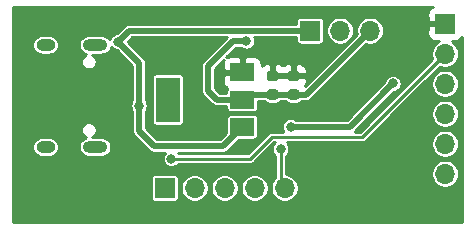
<source format=gbr>
%TF.GenerationSoftware,KiCad,Pcbnew,(5.1.6)-1*%
%TF.CreationDate,2020-06-26T00:22:10+04:00*%
%TF.ProjectId,ch340c-progarmmer,63683334-3063-42d7-9072-6f6761726d6d,rev?*%
%TF.SameCoordinates,Original*%
%TF.FileFunction,Copper,L2,Bot*%
%TF.FilePolarity,Positive*%
%FSLAX46Y46*%
G04 Gerber Fmt 4.6, Leading zero omitted, Abs format (unit mm)*
G04 Created by KiCad (PCBNEW (5.1.6)-1) date 2020-06-26 00:22:10*
%MOMM*%
%LPD*%
G01*
G04 APERTURE LIST*
%TA.AperFunction,ComponentPad*%
%ADD10O,1.700000X1.700000*%
%TD*%
%TA.AperFunction,ComponentPad*%
%ADD11R,1.700000X1.700000*%
%TD*%
%TA.AperFunction,ComponentPad*%
%ADD12O,2.100000X1.000000*%
%TD*%
%TA.AperFunction,ComponentPad*%
%ADD13O,1.600000X1.000000*%
%TD*%
%TA.AperFunction,SMDPad,CuDef*%
%ADD14R,2.000000X1.500000*%
%TD*%
%TA.AperFunction,SMDPad,CuDef*%
%ADD15R,2.000000X3.800000*%
%TD*%
%TA.AperFunction,ViaPad*%
%ADD16C,0.800000*%
%TD*%
%TA.AperFunction,Conductor*%
%ADD17C,0.500000*%
%TD*%
%TA.AperFunction,Conductor*%
%ADD18C,0.250000*%
%TD*%
%TA.AperFunction,Conductor*%
%ADD19C,0.254000*%
%TD*%
G04 APERTURE END LIST*
D10*
%TO.P,J4,5*%
%TO.N,/R232*%
X191643000Y-54864000D03*
%TO.P,J4,4*%
%TO.N,/RTS*%
X189103000Y-54864000D03*
%TO.P,J4,3*%
%TO.N,/DCD*%
X186563000Y-54864000D03*
%TO.P,J4,2*%
%TO.N,/RI*%
X184023000Y-54864000D03*
D11*
%TO.P,J4,1*%
%TO.N,/DSR*%
X181483000Y-54864000D03*
%TD*%
D10*
%TO.P,J2,3*%
%TO.N,+3V3*%
X198882000Y-41529000D03*
%TO.P,J2,2*%
%TO.N,/VCC*%
X196342000Y-41529000D03*
D11*
%TO.P,J2,1*%
%TO.N,+5V*%
X193802000Y-41529000D03*
%TD*%
D10*
%TO.P,J3,6*%
%TO.N,/DTR*%
X205232000Y-53657500D03*
%TO.P,J3,5*%
%TO.N,/RX*%
X205232000Y-51117500D03*
%TO.P,J3,4*%
%TO.N,/TX*%
X205232000Y-48577500D03*
%TO.P,J3,3*%
%TO.N,/VCC*%
X205232000Y-46037500D03*
%TO.P,J3,2*%
%TO.N,/CTS*%
X205232000Y-43497500D03*
D11*
%TO.P,J3,1*%
%TO.N,GND*%
X205232000Y-40957500D03*
%TD*%
D12*
%TO.P,J1,S1*%
%TO.N,Net-(J1-PadS1)*%
X175596000Y-51373500D03*
X175596000Y-42733500D03*
D13*
X171416000Y-42733500D03*
X171416000Y-51373500D03*
%TD*%
D14*
%TO.P,U2,1*%
%TO.N,GND*%
X188062000Y-45071000D03*
%TO.P,U2,3*%
%TO.N,+5V*%
X188062000Y-49671000D03*
%TO.P,U2,2*%
%TO.N,+3V3*%
X188062000Y-47371000D03*
D15*
%TO.P,U2,4*%
%TO.N,N/C*%
X181762000Y-47371000D03*
%TD*%
%TO.P,C3,1*%
%TO.N,+3V3*%
%TA.AperFunction,SMDPad,CuDef*%
G36*
G01*
X190883250Y-47389500D02*
X190370750Y-47389500D01*
G75*
G02*
X190152000Y-47170750I0J218750D01*
G01*
X190152000Y-46733250D01*
G75*
G02*
X190370750Y-46514500I218750J0D01*
G01*
X190883250Y-46514500D01*
G75*
G02*
X191102000Y-46733250I0J-218750D01*
G01*
X191102000Y-47170750D01*
G75*
G02*
X190883250Y-47389500I-218750J0D01*
G01*
G37*
%TD.AperFunction*%
%TO.P,C3,2*%
%TO.N,GND*%
%TA.AperFunction,SMDPad,CuDef*%
G36*
G01*
X190883250Y-45814500D02*
X190370750Y-45814500D01*
G75*
G02*
X190152000Y-45595750I0J218750D01*
G01*
X190152000Y-45158250D01*
G75*
G02*
X190370750Y-44939500I218750J0D01*
G01*
X190883250Y-44939500D01*
G75*
G02*
X191102000Y-45158250I0J-218750D01*
G01*
X191102000Y-45595750D01*
G75*
G02*
X190883250Y-45814500I-218750J0D01*
G01*
G37*
%TD.AperFunction*%
%TD*%
%TO.P,C4,2*%
%TO.N,GND*%
%TA.AperFunction,SMDPad,CuDef*%
G36*
G01*
X192661250Y-45814500D02*
X192148750Y-45814500D01*
G75*
G02*
X191930000Y-45595750I0J218750D01*
G01*
X191930000Y-45158250D01*
G75*
G02*
X192148750Y-44939500I218750J0D01*
G01*
X192661250Y-44939500D01*
G75*
G02*
X192880000Y-45158250I0J-218750D01*
G01*
X192880000Y-45595750D01*
G75*
G02*
X192661250Y-45814500I-218750J0D01*
G01*
G37*
%TD.AperFunction*%
%TO.P,C4,1*%
%TO.N,+3V3*%
%TA.AperFunction,SMDPad,CuDef*%
G36*
G01*
X192661250Y-47389500D02*
X192148750Y-47389500D01*
G75*
G02*
X191930000Y-47170750I0J218750D01*
G01*
X191930000Y-46733250D01*
G75*
G02*
X192148750Y-46514500I218750J0D01*
G01*
X192661250Y-46514500D01*
G75*
G02*
X192880000Y-46733250I0J-218750D01*
G01*
X192880000Y-47170750D01*
G75*
G02*
X192661250Y-47389500I-218750J0D01*
G01*
G37*
%TD.AperFunction*%
%TD*%
D16*
%TO.N,+5V*%
X179324000Y-47879000D03*
X177546000Y-42481500D03*
%TO.N,GND*%
X191770000Y-42799000D03*
%TO.N,+3V3*%
X188404500Y-42418000D03*
%TO.N,/VCC*%
X200818750Y-46005750D03*
X192149500Y-49655488D03*
%TO.N,/CTS*%
X182054500Y-52387500D03*
%TO.N,/R232*%
X191325500Y-51562000D03*
%TD*%
D17*
%TO.N,+5V*%
X179324000Y-44259500D02*
X177546000Y-42481500D01*
X179324000Y-47879000D02*
X179324000Y-44259500D01*
X178498500Y-41529000D02*
X177546000Y-42481500D01*
X193802000Y-41529000D02*
X178498500Y-41529000D01*
X186425000Y-51308000D02*
X188062000Y-49671000D01*
X180594000Y-51308000D02*
X186425000Y-51308000D01*
X179324000Y-47879000D02*
X179324000Y-50038000D01*
X179324000Y-50038000D02*
X180594000Y-51308000D01*
%TO.N,+3V3*%
X192405000Y-46952000D02*
X190627000Y-46952000D01*
X188481000Y-46952000D02*
X188062000Y-47371000D01*
X190627000Y-46952000D02*
X188481000Y-46952000D01*
X193459000Y-46952000D02*
X192405000Y-46952000D01*
X198882000Y-41529000D02*
X193459000Y-46952000D01*
X188404500Y-42418000D02*
X187261500Y-42418000D01*
X187261500Y-42418000D02*
X185166000Y-44513500D01*
X185166000Y-44513500D02*
X185166000Y-46609000D01*
X185928000Y-47371000D02*
X188062000Y-47371000D01*
X185166000Y-46609000D02*
X185928000Y-47371000D01*
%TO.N,/VCC*%
X197169012Y-49655488D02*
X192149500Y-49655488D01*
X200818750Y-46005750D02*
X197169012Y-49655488D01*
D18*
%TO.N,/CTS*%
X190563500Y-50546000D02*
X198183500Y-50546000D01*
X198183500Y-50546000D02*
X205232000Y-43497500D01*
X182054500Y-52387500D02*
X188722000Y-52387500D01*
X188722000Y-52387500D02*
X190563500Y-50546000D01*
%TO.N,/R232*%
X191325500Y-54546500D02*
X191643000Y-54864000D01*
X191325500Y-51562000D02*
X191325500Y-54546500D01*
%TD*%
D19*
%TO.N,GND*%
G36*
X204137820Y-39517998D02*
G01*
X204027506Y-39576963D01*
X203930815Y-39656315D01*
X203851463Y-39753006D01*
X203792498Y-39863320D01*
X203756188Y-39983018D01*
X203743928Y-40107500D01*
X203747000Y-40671750D01*
X203905750Y-40830500D01*
X205105000Y-40830500D01*
X205105000Y-40810500D01*
X205359000Y-40810500D01*
X205359000Y-40830500D01*
X205379000Y-40830500D01*
X205379000Y-41084500D01*
X205359000Y-41084500D01*
X205359000Y-41104500D01*
X205105000Y-41104500D01*
X205105000Y-41084500D01*
X203905750Y-41084500D01*
X203747000Y-41243250D01*
X203743928Y-41807500D01*
X203756188Y-41931982D01*
X203792498Y-42051680D01*
X203851463Y-42161994D01*
X203930815Y-42258685D01*
X204027506Y-42338037D01*
X204137820Y-42397002D01*
X204257518Y-42433312D01*
X204382000Y-42445572D01*
X204678926Y-42443955D01*
X204670692Y-42447366D01*
X204476606Y-42577050D01*
X204311550Y-42742106D01*
X204181866Y-42936192D01*
X204092539Y-43151848D01*
X204047000Y-43380788D01*
X204047000Y-43614212D01*
X204092539Y-43843152D01*
X204134502Y-43944460D01*
X197992963Y-50086000D01*
X197566572Y-50086000D01*
X197584671Y-50071147D01*
X197602995Y-50048819D01*
X200916012Y-46735803D01*
X201033141Y-46712504D01*
X201166903Y-46657098D01*
X201287285Y-46576662D01*
X201389662Y-46474285D01*
X201470098Y-46353903D01*
X201525504Y-46220141D01*
X201553750Y-46078141D01*
X201553750Y-45933359D01*
X201525504Y-45791359D01*
X201470098Y-45657597D01*
X201389662Y-45537215D01*
X201287285Y-45434838D01*
X201166903Y-45354402D01*
X201033141Y-45298996D01*
X200891141Y-45270750D01*
X200746359Y-45270750D01*
X200604359Y-45298996D01*
X200470597Y-45354402D01*
X200350215Y-45434838D01*
X200247838Y-45537215D01*
X200167402Y-45657597D01*
X200111996Y-45791359D01*
X200088697Y-45908488D01*
X196926698Y-49070488D01*
X192596951Y-49070488D01*
X192497653Y-49004140D01*
X192363891Y-48948734D01*
X192221891Y-48920488D01*
X192077109Y-48920488D01*
X191935109Y-48948734D01*
X191801347Y-49004140D01*
X191680965Y-49084576D01*
X191578588Y-49186953D01*
X191498152Y-49307335D01*
X191442746Y-49441097D01*
X191414500Y-49583097D01*
X191414500Y-49727879D01*
X191442746Y-49869879D01*
X191498152Y-50003641D01*
X191553182Y-50086000D01*
X190586079Y-50086000D01*
X190563499Y-50083776D01*
X190540919Y-50086000D01*
X190540910Y-50086000D01*
X190473324Y-50092657D01*
X190386614Y-50118960D01*
X190306702Y-50161674D01*
X190306700Y-50161675D01*
X190306701Y-50161675D01*
X190263597Y-50197050D01*
X190236658Y-50219158D01*
X190222259Y-50236703D01*
X188531463Y-51927500D01*
X182631115Y-51927500D01*
X182625412Y-51918965D01*
X182599447Y-51893000D01*
X186396267Y-51893000D01*
X186425000Y-51895830D01*
X186453733Y-51893000D01*
X186539680Y-51884535D01*
X186649953Y-51851084D01*
X186751581Y-51796763D01*
X186840659Y-51723659D01*
X186858983Y-51701331D01*
X187802695Y-50757620D01*
X189062000Y-50757620D01*
X189127671Y-50751152D01*
X189190819Y-50731996D01*
X189249016Y-50700889D01*
X189300026Y-50659026D01*
X189341889Y-50608016D01*
X189372996Y-50549819D01*
X189392152Y-50486671D01*
X189398620Y-50421000D01*
X189398620Y-48921000D01*
X189392152Y-48855329D01*
X189372996Y-48792181D01*
X189341889Y-48733984D01*
X189300026Y-48682974D01*
X189249016Y-48641111D01*
X189190819Y-48610004D01*
X189127671Y-48590848D01*
X189062000Y-48584380D01*
X187062000Y-48584380D01*
X186996329Y-48590848D01*
X186933181Y-48610004D01*
X186874984Y-48641111D01*
X186823974Y-48682974D01*
X186782111Y-48733984D01*
X186751004Y-48792181D01*
X186731848Y-48855329D01*
X186725380Y-48921000D01*
X186725380Y-50180306D01*
X186182686Y-50723000D01*
X180836315Y-50723000D01*
X179909000Y-49795686D01*
X179909000Y-48326451D01*
X179975348Y-48227153D01*
X180030754Y-48093391D01*
X180059000Y-47951391D01*
X180059000Y-47806609D01*
X180030754Y-47664609D01*
X179975348Y-47530847D01*
X179909000Y-47431549D01*
X179909000Y-45471000D01*
X180425380Y-45471000D01*
X180425380Y-49271000D01*
X180431848Y-49336671D01*
X180451004Y-49399819D01*
X180482111Y-49458016D01*
X180523974Y-49509026D01*
X180574984Y-49550889D01*
X180633181Y-49581996D01*
X180696329Y-49601152D01*
X180762000Y-49607620D01*
X182762000Y-49607620D01*
X182827671Y-49601152D01*
X182890819Y-49581996D01*
X182949016Y-49550889D01*
X183000026Y-49509026D01*
X183041889Y-49458016D01*
X183072996Y-49399819D01*
X183092152Y-49336671D01*
X183098620Y-49271000D01*
X183098620Y-45471000D01*
X183092152Y-45405329D01*
X183072996Y-45342181D01*
X183041889Y-45283984D01*
X183000026Y-45232974D01*
X182949016Y-45191111D01*
X182890819Y-45160004D01*
X182827671Y-45140848D01*
X182762000Y-45134380D01*
X180762000Y-45134380D01*
X180696329Y-45140848D01*
X180633181Y-45160004D01*
X180574984Y-45191111D01*
X180523974Y-45232974D01*
X180482111Y-45283984D01*
X180451004Y-45342181D01*
X180431848Y-45405329D01*
X180425380Y-45471000D01*
X179909000Y-45471000D01*
X179909000Y-44288233D01*
X179911830Y-44259500D01*
X179900535Y-44144820D01*
X179867084Y-44034547D01*
X179812763Y-43932919D01*
X179806814Y-43925670D01*
X179739659Y-43843841D01*
X179717331Y-43825517D01*
X178373314Y-42481500D01*
X178740815Y-42114000D01*
X186738185Y-42114000D01*
X184772669Y-44079517D01*
X184750341Y-44097841D01*
X184677237Y-44186920D01*
X184622917Y-44288547D01*
X184622916Y-44288548D01*
X184589465Y-44398821D01*
X184578170Y-44513500D01*
X184581000Y-44542233D01*
X184581001Y-46580257D01*
X184578170Y-46609000D01*
X184589465Y-46723679D01*
X184622916Y-46833952D01*
X184624717Y-46837321D01*
X184677238Y-46935581D01*
X184750342Y-47024659D01*
X184772664Y-47042978D01*
X185494017Y-47764331D01*
X185512341Y-47786659D01*
X185601418Y-47859762D01*
X185601419Y-47859763D01*
X185703047Y-47914084D01*
X185813320Y-47947535D01*
X185928000Y-47958830D01*
X185956733Y-47956000D01*
X186725380Y-47956000D01*
X186725380Y-48121000D01*
X186731848Y-48186671D01*
X186751004Y-48249819D01*
X186782111Y-48308016D01*
X186823974Y-48359026D01*
X186874984Y-48400889D01*
X186933181Y-48431996D01*
X186996329Y-48451152D01*
X187062000Y-48457620D01*
X189062000Y-48457620D01*
X189127671Y-48451152D01*
X189190819Y-48431996D01*
X189249016Y-48400889D01*
X189300026Y-48359026D01*
X189341889Y-48308016D01*
X189372996Y-48249819D01*
X189392152Y-48186671D01*
X189398620Y-48121000D01*
X189398620Y-47537000D01*
X189956332Y-47537000D01*
X189978044Y-47563456D01*
X190062203Y-47632523D01*
X190158219Y-47683845D01*
X190262403Y-47715449D01*
X190370750Y-47726120D01*
X190883250Y-47726120D01*
X190991597Y-47715449D01*
X191095781Y-47683845D01*
X191191797Y-47632523D01*
X191275956Y-47563456D01*
X191297668Y-47537000D01*
X191734332Y-47537000D01*
X191756044Y-47563456D01*
X191840203Y-47632523D01*
X191936219Y-47683845D01*
X192040403Y-47715449D01*
X192148750Y-47726120D01*
X192661250Y-47726120D01*
X192769597Y-47715449D01*
X192873781Y-47683845D01*
X192969797Y-47632523D01*
X193053956Y-47563456D01*
X193075668Y-47537000D01*
X193430267Y-47537000D01*
X193459000Y-47539830D01*
X193487733Y-47537000D01*
X193573680Y-47528535D01*
X193683953Y-47495084D01*
X193785581Y-47440763D01*
X193874659Y-47367659D01*
X193892983Y-47345331D01*
X198564295Y-42674020D01*
X198765288Y-42714000D01*
X198998712Y-42714000D01*
X199227652Y-42668461D01*
X199443308Y-42579134D01*
X199637394Y-42449450D01*
X199802450Y-42284394D01*
X199932134Y-42090308D01*
X200021461Y-41874652D01*
X200067000Y-41645712D01*
X200067000Y-41412288D01*
X200021461Y-41183348D01*
X199932134Y-40967692D01*
X199802450Y-40773606D01*
X199637394Y-40608550D01*
X199443308Y-40478866D01*
X199227652Y-40389539D01*
X198998712Y-40344000D01*
X198765288Y-40344000D01*
X198536348Y-40389539D01*
X198320692Y-40478866D01*
X198126606Y-40608550D01*
X197961550Y-40773606D01*
X197831866Y-40967692D01*
X197742539Y-41183348D01*
X197697000Y-41412288D01*
X197697000Y-41645712D01*
X197736980Y-41846705D01*
X193391522Y-46192164D01*
X193410537Y-46168994D01*
X193469502Y-46058680D01*
X193505812Y-45938982D01*
X193518072Y-45814500D01*
X193515000Y-45662750D01*
X193356250Y-45504000D01*
X192532000Y-45504000D01*
X192532000Y-45524000D01*
X192278000Y-45524000D01*
X192278000Y-45504000D01*
X190754000Y-45504000D01*
X190754000Y-45524000D01*
X190500000Y-45524000D01*
X190500000Y-45504000D01*
X190480000Y-45504000D01*
X190480000Y-45250000D01*
X190500000Y-45250000D01*
X190500000Y-44463250D01*
X190754000Y-44463250D01*
X190754000Y-45250000D01*
X192278000Y-45250000D01*
X192278000Y-44463250D01*
X192532000Y-44463250D01*
X192532000Y-45250000D01*
X193356250Y-45250000D01*
X193515000Y-45091250D01*
X193518072Y-44939500D01*
X193505812Y-44815018D01*
X193469502Y-44695320D01*
X193410537Y-44585006D01*
X193331185Y-44488315D01*
X193234494Y-44408963D01*
X193124180Y-44349998D01*
X193004482Y-44313688D01*
X192880000Y-44301428D01*
X192690750Y-44304500D01*
X192532000Y-44463250D01*
X192278000Y-44463250D01*
X192119250Y-44304500D01*
X191930000Y-44301428D01*
X191805518Y-44313688D01*
X191685820Y-44349998D01*
X191575506Y-44408963D01*
X191516000Y-44457798D01*
X191456494Y-44408963D01*
X191346180Y-44349998D01*
X191226482Y-44313688D01*
X191102000Y-44301428D01*
X190912750Y-44304500D01*
X190754000Y-44463250D01*
X190500000Y-44463250D01*
X190341250Y-44304500D01*
X190152000Y-44301428D01*
X190027518Y-44313688D01*
X189907820Y-44349998D01*
X189797506Y-44408963D01*
X189700815Y-44488315D01*
X189698950Y-44490588D01*
X189700072Y-44321000D01*
X189687812Y-44196518D01*
X189651502Y-44076820D01*
X189592537Y-43966506D01*
X189513185Y-43869815D01*
X189416494Y-43790463D01*
X189306180Y-43731498D01*
X189186482Y-43695188D01*
X189062000Y-43682928D01*
X188347750Y-43686000D01*
X188189000Y-43844750D01*
X188189000Y-44944000D01*
X188209000Y-44944000D01*
X188209000Y-45198000D01*
X188189000Y-45198000D01*
X188189000Y-45218000D01*
X187935000Y-45218000D01*
X187935000Y-45198000D01*
X186585750Y-45198000D01*
X186427000Y-45356750D01*
X186423928Y-45821000D01*
X186436188Y-45945482D01*
X186472498Y-46065180D01*
X186531463Y-46175494D01*
X186610815Y-46272185D01*
X186707506Y-46351537D01*
X186806394Y-46404395D01*
X186782111Y-46433984D01*
X186751004Y-46492181D01*
X186731848Y-46555329D01*
X186725380Y-46621000D01*
X186725380Y-46786000D01*
X186170314Y-46786000D01*
X185751000Y-46366686D01*
X185751000Y-44755814D01*
X186521306Y-43985509D01*
X186472498Y-44076820D01*
X186436188Y-44196518D01*
X186423928Y-44321000D01*
X186427000Y-44785250D01*
X186585750Y-44944000D01*
X187935000Y-44944000D01*
X187935000Y-43844750D01*
X187776250Y-43686000D01*
X187062000Y-43682928D01*
X186937518Y-43695188D01*
X186817820Y-43731498D01*
X186726509Y-43780305D01*
X187503815Y-43003000D01*
X187957049Y-43003000D01*
X188056347Y-43069348D01*
X188190109Y-43124754D01*
X188332109Y-43153000D01*
X188476891Y-43153000D01*
X188618891Y-43124754D01*
X188752653Y-43069348D01*
X188873035Y-42988912D01*
X188975412Y-42886535D01*
X189055848Y-42766153D01*
X189111254Y-42632391D01*
X189139500Y-42490391D01*
X189139500Y-42345609D01*
X189111254Y-42203609D01*
X189074137Y-42114000D01*
X192615380Y-42114000D01*
X192615380Y-42379000D01*
X192621848Y-42444671D01*
X192641004Y-42507819D01*
X192672111Y-42566016D01*
X192713974Y-42617026D01*
X192764984Y-42658889D01*
X192823181Y-42689996D01*
X192886329Y-42709152D01*
X192952000Y-42715620D01*
X194652000Y-42715620D01*
X194717671Y-42709152D01*
X194780819Y-42689996D01*
X194839016Y-42658889D01*
X194890026Y-42617026D01*
X194931889Y-42566016D01*
X194962996Y-42507819D01*
X194982152Y-42444671D01*
X194988620Y-42379000D01*
X194988620Y-41412288D01*
X195157000Y-41412288D01*
X195157000Y-41645712D01*
X195202539Y-41874652D01*
X195291866Y-42090308D01*
X195421550Y-42284394D01*
X195586606Y-42449450D01*
X195780692Y-42579134D01*
X195996348Y-42668461D01*
X196225288Y-42714000D01*
X196458712Y-42714000D01*
X196687652Y-42668461D01*
X196903308Y-42579134D01*
X197097394Y-42449450D01*
X197262450Y-42284394D01*
X197392134Y-42090308D01*
X197481461Y-41874652D01*
X197527000Y-41645712D01*
X197527000Y-41412288D01*
X197481461Y-41183348D01*
X197392134Y-40967692D01*
X197262450Y-40773606D01*
X197097394Y-40608550D01*
X196903308Y-40478866D01*
X196687652Y-40389539D01*
X196458712Y-40344000D01*
X196225288Y-40344000D01*
X195996348Y-40389539D01*
X195780692Y-40478866D01*
X195586606Y-40608550D01*
X195421550Y-40773606D01*
X195291866Y-40967692D01*
X195202539Y-41183348D01*
X195157000Y-41412288D01*
X194988620Y-41412288D01*
X194988620Y-40679000D01*
X194982152Y-40613329D01*
X194962996Y-40550181D01*
X194931889Y-40491984D01*
X194890026Y-40440974D01*
X194839016Y-40399111D01*
X194780819Y-40368004D01*
X194717671Y-40348848D01*
X194652000Y-40342380D01*
X192952000Y-40342380D01*
X192886329Y-40348848D01*
X192823181Y-40368004D01*
X192764984Y-40399111D01*
X192713974Y-40440974D01*
X192672111Y-40491984D01*
X192641004Y-40550181D01*
X192621848Y-40613329D01*
X192615380Y-40679000D01*
X192615380Y-40944000D01*
X178527230Y-40944000D01*
X178498499Y-40941170D01*
X178469768Y-40944000D01*
X178469767Y-40944000D01*
X178383820Y-40952465D01*
X178273547Y-40985916D01*
X178171919Y-41040237D01*
X178082841Y-41113341D01*
X178064521Y-41135664D01*
X177448739Y-41751447D01*
X177331609Y-41774746D01*
X177197847Y-41830152D01*
X177077465Y-41910588D01*
X176975088Y-42012965D01*
X176894652Y-42133347D01*
X176840651Y-42263717D01*
X176739291Y-42140209D01*
X176612146Y-42035864D01*
X176467087Y-41958328D01*
X176309689Y-41910582D01*
X176187019Y-41898500D01*
X175004981Y-41898500D01*
X174882311Y-41910582D01*
X174724913Y-41958328D01*
X174579854Y-42035864D01*
X174452709Y-42140209D01*
X174348364Y-42267354D01*
X174270828Y-42412413D01*
X174223082Y-42569811D01*
X174206960Y-42733500D01*
X174223082Y-42897189D01*
X174270828Y-43054587D01*
X174348364Y-43199646D01*
X174452709Y-43326791D01*
X174579854Y-43431136D01*
X174724913Y-43508672D01*
X174838817Y-43543224D01*
X174753373Y-43578616D01*
X174645275Y-43650845D01*
X174553345Y-43742775D01*
X174481116Y-43850873D01*
X174431364Y-43970985D01*
X174406000Y-44098496D01*
X174406000Y-44228504D01*
X174431364Y-44356015D01*
X174481116Y-44476127D01*
X174553345Y-44584225D01*
X174645275Y-44676155D01*
X174753373Y-44748384D01*
X174873485Y-44798136D01*
X175000996Y-44823500D01*
X175131004Y-44823500D01*
X175258515Y-44798136D01*
X175378627Y-44748384D01*
X175486725Y-44676155D01*
X175578655Y-44584225D01*
X175650884Y-44476127D01*
X175700636Y-44356015D01*
X175726000Y-44228504D01*
X175726000Y-44098496D01*
X175700636Y-43970985D01*
X175650884Y-43850873D01*
X175578655Y-43742775D01*
X175486725Y-43650845D01*
X175378627Y-43578616D01*
X175354205Y-43568500D01*
X176187019Y-43568500D01*
X176309689Y-43556418D01*
X176467087Y-43508672D01*
X176612146Y-43431136D01*
X176739291Y-43326791D01*
X176843636Y-43199646D01*
X176921172Y-43054587D01*
X176959819Y-42927184D01*
X176975088Y-42950035D01*
X177077465Y-43052412D01*
X177197847Y-43132848D01*
X177331609Y-43188254D01*
X177448739Y-43211553D01*
X178739001Y-44501815D01*
X178739000Y-47431549D01*
X178672652Y-47530847D01*
X178617246Y-47664609D01*
X178589000Y-47806609D01*
X178589000Y-47951391D01*
X178617246Y-48093391D01*
X178672652Y-48227153D01*
X178739000Y-48326451D01*
X178739001Y-50009257D01*
X178736170Y-50038000D01*
X178747465Y-50152679D01*
X178780916Y-50262952D01*
X178780917Y-50262953D01*
X178835238Y-50364581D01*
X178908342Y-50453659D01*
X178930664Y-50471978D01*
X180160021Y-51701336D01*
X180178341Y-51723659D01*
X180267419Y-51796763D01*
X180347648Y-51839646D01*
X180369047Y-51851084D01*
X180479319Y-51884535D01*
X180593999Y-51895830D01*
X180622732Y-51893000D01*
X181509553Y-51893000D01*
X181483588Y-51918965D01*
X181403152Y-52039347D01*
X181347746Y-52173109D01*
X181319500Y-52315109D01*
X181319500Y-52459891D01*
X181347746Y-52601891D01*
X181403152Y-52735653D01*
X181483588Y-52856035D01*
X181585965Y-52958412D01*
X181706347Y-53038848D01*
X181840109Y-53094254D01*
X181982109Y-53122500D01*
X182126891Y-53122500D01*
X182268891Y-53094254D01*
X182402653Y-53038848D01*
X182523035Y-52958412D01*
X182625412Y-52856035D01*
X182631115Y-52847500D01*
X188699418Y-52847500D01*
X188722000Y-52849724D01*
X188744582Y-52847500D01*
X188744590Y-52847500D01*
X188812176Y-52840843D01*
X188898886Y-52814540D01*
X188978798Y-52771826D01*
X189048842Y-52714342D01*
X189063245Y-52696792D01*
X190754038Y-51006000D01*
X190842053Y-51006000D01*
X190754588Y-51093465D01*
X190674152Y-51213847D01*
X190618746Y-51347609D01*
X190590500Y-51489609D01*
X190590500Y-51634391D01*
X190618746Y-51776391D01*
X190674152Y-51910153D01*
X190754588Y-52030535D01*
X190856965Y-52132912D01*
X190865500Y-52138615D01*
X190865501Y-53965655D01*
X190722550Y-54108606D01*
X190592866Y-54302692D01*
X190503539Y-54518348D01*
X190458000Y-54747288D01*
X190458000Y-54980712D01*
X190503539Y-55209652D01*
X190592866Y-55425308D01*
X190722550Y-55619394D01*
X190887606Y-55784450D01*
X191081692Y-55914134D01*
X191297348Y-56003461D01*
X191526288Y-56049000D01*
X191759712Y-56049000D01*
X191988652Y-56003461D01*
X192204308Y-55914134D01*
X192398394Y-55784450D01*
X192563450Y-55619394D01*
X192693134Y-55425308D01*
X192782461Y-55209652D01*
X192828000Y-54980712D01*
X192828000Y-54747288D01*
X192782461Y-54518348D01*
X192693134Y-54302692D01*
X192563450Y-54108606D01*
X192398394Y-53943550D01*
X192204308Y-53813866D01*
X191988652Y-53724539D01*
X191785500Y-53684130D01*
X191785500Y-53540788D01*
X204047000Y-53540788D01*
X204047000Y-53774212D01*
X204092539Y-54003152D01*
X204181866Y-54218808D01*
X204311550Y-54412894D01*
X204476606Y-54577950D01*
X204670692Y-54707634D01*
X204886348Y-54796961D01*
X205115288Y-54842500D01*
X205348712Y-54842500D01*
X205577652Y-54796961D01*
X205793308Y-54707634D01*
X205987394Y-54577950D01*
X206152450Y-54412894D01*
X206282134Y-54218808D01*
X206371461Y-54003152D01*
X206417000Y-53774212D01*
X206417000Y-53540788D01*
X206371461Y-53311848D01*
X206282134Y-53096192D01*
X206152450Y-52902106D01*
X205987394Y-52737050D01*
X205793308Y-52607366D01*
X205577652Y-52518039D01*
X205348712Y-52472500D01*
X205115288Y-52472500D01*
X204886348Y-52518039D01*
X204670692Y-52607366D01*
X204476606Y-52737050D01*
X204311550Y-52902106D01*
X204181866Y-53096192D01*
X204092539Y-53311848D01*
X204047000Y-53540788D01*
X191785500Y-53540788D01*
X191785500Y-52138615D01*
X191794035Y-52132912D01*
X191896412Y-52030535D01*
X191976848Y-51910153D01*
X192032254Y-51776391D01*
X192060500Y-51634391D01*
X192060500Y-51489609D01*
X192032254Y-51347609D01*
X191976848Y-51213847D01*
X191896412Y-51093465D01*
X191808947Y-51006000D01*
X198160918Y-51006000D01*
X198183500Y-51008224D01*
X198206082Y-51006000D01*
X198206090Y-51006000D01*
X198259005Y-51000788D01*
X204047000Y-51000788D01*
X204047000Y-51234212D01*
X204092539Y-51463152D01*
X204181866Y-51678808D01*
X204311550Y-51872894D01*
X204476606Y-52037950D01*
X204670692Y-52167634D01*
X204886348Y-52256961D01*
X205115288Y-52302500D01*
X205348712Y-52302500D01*
X205577652Y-52256961D01*
X205793308Y-52167634D01*
X205987394Y-52037950D01*
X206152450Y-51872894D01*
X206282134Y-51678808D01*
X206371461Y-51463152D01*
X206417000Y-51234212D01*
X206417000Y-51000788D01*
X206371461Y-50771848D01*
X206282134Y-50556192D01*
X206152450Y-50362106D01*
X205987394Y-50197050D01*
X205793308Y-50067366D01*
X205577652Y-49978039D01*
X205348712Y-49932500D01*
X205115288Y-49932500D01*
X204886348Y-49978039D01*
X204670692Y-50067366D01*
X204476606Y-50197050D01*
X204311550Y-50362106D01*
X204181866Y-50556192D01*
X204092539Y-50771848D01*
X204047000Y-51000788D01*
X198259005Y-51000788D01*
X198273676Y-50999343D01*
X198360386Y-50973040D01*
X198440298Y-50930326D01*
X198510342Y-50872842D01*
X198524745Y-50855292D01*
X200919249Y-48460788D01*
X204047000Y-48460788D01*
X204047000Y-48694212D01*
X204092539Y-48923152D01*
X204181866Y-49138808D01*
X204311550Y-49332894D01*
X204476606Y-49497950D01*
X204670692Y-49627634D01*
X204886348Y-49716961D01*
X205115288Y-49762500D01*
X205348712Y-49762500D01*
X205577652Y-49716961D01*
X205793308Y-49627634D01*
X205987394Y-49497950D01*
X206152450Y-49332894D01*
X206282134Y-49138808D01*
X206371461Y-48923152D01*
X206417000Y-48694212D01*
X206417000Y-48460788D01*
X206371461Y-48231848D01*
X206282134Y-48016192D01*
X206152450Y-47822106D01*
X205987394Y-47657050D01*
X205793308Y-47527366D01*
X205577652Y-47438039D01*
X205348712Y-47392500D01*
X205115288Y-47392500D01*
X204886348Y-47438039D01*
X204670692Y-47527366D01*
X204476606Y-47657050D01*
X204311550Y-47822106D01*
X204181866Y-48016192D01*
X204092539Y-48231848D01*
X204047000Y-48460788D01*
X200919249Y-48460788D01*
X203459249Y-45920788D01*
X204047000Y-45920788D01*
X204047000Y-46154212D01*
X204092539Y-46383152D01*
X204181866Y-46598808D01*
X204311550Y-46792894D01*
X204476606Y-46957950D01*
X204670692Y-47087634D01*
X204886348Y-47176961D01*
X205115288Y-47222500D01*
X205348712Y-47222500D01*
X205577652Y-47176961D01*
X205793308Y-47087634D01*
X205987394Y-46957950D01*
X206152450Y-46792894D01*
X206282134Y-46598808D01*
X206371461Y-46383152D01*
X206417000Y-46154212D01*
X206417000Y-45920788D01*
X206371461Y-45691848D01*
X206282134Y-45476192D01*
X206152450Y-45282106D01*
X205987394Y-45117050D01*
X205793308Y-44987366D01*
X205577652Y-44898039D01*
X205348712Y-44852500D01*
X205115288Y-44852500D01*
X204886348Y-44898039D01*
X204670692Y-44987366D01*
X204476606Y-45117050D01*
X204311550Y-45282106D01*
X204181866Y-45476192D01*
X204092539Y-45691848D01*
X204047000Y-45920788D01*
X203459249Y-45920788D01*
X204785040Y-44594998D01*
X204886348Y-44636961D01*
X205115288Y-44682500D01*
X205348712Y-44682500D01*
X205577652Y-44636961D01*
X205793308Y-44547634D01*
X205987394Y-44417950D01*
X206152450Y-44252894D01*
X206282134Y-44058808D01*
X206371461Y-43843152D01*
X206417000Y-43614212D01*
X206417000Y-43380788D01*
X206371461Y-43151848D01*
X206282134Y-42936192D01*
X206152450Y-42742106D01*
X205987394Y-42577050D01*
X205793308Y-42447366D01*
X205785074Y-42443955D01*
X206082000Y-42445572D01*
X206206482Y-42433312D01*
X206326180Y-42397002D01*
X206436494Y-42338037D01*
X206533185Y-42258685D01*
X206612537Y-42161994D01*
X206650001Y-42091905D01*
X206650000Y-55516675D01*
X206650001Y-55516685D01*
X206650000Y-57742500D01*
X168635000Y-57742500D01*
X168635000Y-54014000D01*
X180296380Y-54014000D01*
X180296380Y-55714000D01*
X180302848Y-55779671D01*
X180322004Y-55842819D01*
X180353111Y-55901016D01*
X180394974Y-55952026D01*
X180445984Y-55993889D01*
X180504181Y-56024996D01*
X180567329Y-56044152D01*
X180633000Y-56050620D01*
X182333000Y-56050620D01*
X182398671Y-56044152D01*
X182461819Y-56024996D01*
X182520016Y-55993889D01*
X182571026Y-55952026D01*
X182612889Y-55901016D01*
X182643996Y-55842819D01*
X182663152Y-55779671D01*
X182669620Y-55714000D01*
X182669620Y-54747288D01*
X182838000Y-54747288D01*
X182838000Y-54980712D01*
X182883539Y-55209652D01*
X182972866Y-55425308D01*
X183102550Y-55619394D01*
X183267606Y-55784450D01*
X183461692Y-55914134D01*
X183677348Y-56003461D01*
X183906288Y-56049000D01*
X184139712Y-56049000D01*
X184368652Y-56003461D01*
X184584308Y-55914134D01*
X184778394Y-55784450D01*
X184943450Y-55619394D01*
X185073134Y-55425308D01*
X185162461Y-55209652D01*
X185208000Y-54980712D01*
X185208000Y-54747288D01*
X185378000Y-54747288D01*
X185378000Y-54980712D01*
X185423539Y-55209652D01*
X185512866Y-55425308D01*
X185642550Y-55619394D01*
X185807606Y-55784450D01*
X186001692Y-55914134D01*
X186217348Y-56003461D01*
X186446288Y-56049000D01*
X186679712Y-56049000D01*
X186908652Y-56003461D01*
X187124308Y-55914134D01*
X187318394Y-55784450D01*
X187483450Y-55619394D01*
X187613134Y-55425308D01*
X187702461Y-55209652D01*
X187748000Y-54980712D01*
X187748000Y-54747288D01*
X187918000Y-54747288D01*
X187918000Y-54980712D01*
X187963539Y-55209652D01*
X188052866Y-55425308D01*
X188182550Y-55619394D01*
X188347606Y-55784450D01*
X188541692Y-55914134D01*
X188757348Y-56003461D01*
X188986288Y-56049000D01*
X189219712Y-56049000D01*
X189448652Y-56003461D01*
X189664308Y-55914134D01*
X189858394Y-55784450D01*
X190023450Y-55619394D01*
X190153134Y-55425308D01*
X190242461Y-55209652D01*
X190288000Y-54980712D01*
X190288000Y-54747288D01*
X190242461Y-54518348D01*
X190153134Y-54302692D01*
X190023450Y-54108606D01*
X189858394Y-53943550D01*
X189664308Y-53813866D01*
X189448652Y-53724539D01*
X189219712Y-53679000D01*
X188986288Y-53679000D01*
X188757348Y-53724539D01*
X188541692Y-53813866D01*
X188347606Y-53943550D01*
X188182550Y-54108606D01*
X188052866Y-54302692D01*
X187963539Y-54518348D01*
X187918000Y-54747288D01*
X187748000Y-54747288D01*
X187702461Y-54518348D01*
X187613134Y-54302692D01*
X187483450Y-54108606D01*
X187318394Y-53943550D01*
X187124308Y-53813866D01*
X186908652Y-53724539D01*
X186679712Y-53679000D01*
X186446288Y-53679000D01*
X186217348Y-53724539D01*
X186001692Y-53813866D01*
X185807606Y-53943550D01*
X185642550Y-54108606D01*
X185512866Y-54302692D01*
X185423539Y-54518348D01*
X185378000Y-54747288D01*
X185208000Y-54747288D01*
X185162461Y-54518348D01*
X185073134Y-54302692D01*
X184943450Y-54108606D01*
X184778394Y-53943550D01*
X184584308Y-53813866D01*
X184368652Y-53724539D01*
X184139712Y-53679000D01*
X183906288Y-53679000D01*
X183677348Y-53724539D01*
X183461692Y-53813866D01*
X183267606Y-53943550D01*
X183102550Y-54108606D01*
X182972866Y-54302692D01*
X182883539Y-54518348D01*
X182838000Y-54747288D01*
X182669620Y-54747288D01*
X182669620Y-54014000D01*
X182663152Y-53948329D01*
X182643996Y-53885181D01*
X182612889Y-53826984D01*
X182571026Y-53775974D01*
X182520016Y-53734111D01*
X182461819Y-53703004D01*
X182398671Y-53683848D01*
X182333000Y-53677380D01*
X180633000Y-53677380D01*
X180567329Y-53683848D01*
X180504181Y-53703004D01*
X180445984Y-53734111D01*
X180394974Y-53775974D01*
X180353111Y-53826984D01*
X180322004Y-53885181D01*
X180302848Y-53948329D01*
X180296380Y-54014000D01*
X168635000Y-54014000D01*
X168635000Y-51373500D01*
X170276960Y-51373500D01*
X170293082Y-51537189D01*
X170340828Y-51694587D01*
X170418364Y-51839646D01*
X170522709Y-51966791D01*
X170649854Y-52071136D01*
X170794913Y-52148672D01*
X170952311Y-52196418D01*
X171074981Y-52208500D01*
X171757019Y-52208500D01*
X171879689Y-52196418D01*
X172037087Y-52148672D01*
X172182146Y-52071136D01*
X172309291Y-51966791D01*
X172413636Y-51839646D01*
X172491172Y-51694587D01*
X172538918Y-51537189D01*
X172555040Y-51373500D01*
X174206960Y-51373500D01*
X174223082Y-51537189D01*
X174270828Y-51694587D01*
X174348364Y-51839646D01*
X174452709Y-51966791D01*
X174579854Y-52071136D01*
X174724913Y-52148672D01*
X174882311Y-52196418D01*
X175004981Y-52208500D01*
X176187019Y-52208500D01*
X176309689Y-52196418D01*
X176467087Y-52148672D01*
X176612146Y-52071136D01*
X176739291Y-51966791D01*
X176843636Y-51839646D01*
X176921172Y-51694587D01*
X176968918Y-51537189D01*
X176985040Y-51373500D01*
X176968918Y-51209811D01*
X176921172Y-51052413D01*
X176843636Y-50907354D01*
X176739291Y-50780209D01*
X176612146Y-50675864D01*
X176467087Y-50598328D01*
X176309689Y-50550582D01*
X176187019Y-50538500D01*
X175354205Y-50538500D01*
X175378627Y-50528384D01*
X175486725Y-50456155D01*
X175578655Y-50364225D01*
X175650884Y-50256127D01*
X175700636Y-50136015D01*
X175726000Y-50008504D01*
X175726000Y-49878496D01*
X175700636Y-49750985D01*
X175650884Y-49630873D01*
X175578655Y-49522775D01*
X175486725Y-49430845D01*
X175378627Y-49358616D01*
X175258515Y-49308864D01*
X175131004Y-49283500D01*
X175000996Y-49283500D01*
X174873485Y-49308864D01*
X174753373Y-49358616D01*
X174645275Y-49430845D01*
X174553345Y-49522775D01*
X174481116Y-49630873D01*
X174431364Y-49750985D01*
X174406000Y-49878496D01*
X174406000Y-50008504D01*
X174431364Y-50136015D01*
X174481116Y-50256127D01*
X174553345Y-50364225D01*
X174645275Y-50456155D01*
X174753373Y-50528384D01*
X174838817Y-50563776D01*
X174724913Y-50598328D01*
X174579854Y-50675864D01*
X174452709Y-50780209D01*
X174348364Y-50907354D01*
X174270828Y-51052413D01*
X174223082Y-51209811D01*
X174206960Y-51373500D01*
X172555040Y-51373500D01*
X172538918Y-51209811D01*
X172491172Y-51052413D01*
X172413636Y-50907354D01*
X172309291Y-50780209D01*
X172182146Y-50675864D01*
X172037087Y-50598328D01*
X171879689Y-50550582D01*
X171757019Y-50538500D01*
X171074981Y-50538500D01*
X170952311Y-50550582D01*
X170794913Y-50598328D01*
X170649854Y-50675864D01*
X170522709Y-50780209D01*
X170418364Y-50907354D01*
X170340828Y-51052413D01*
X170293082Y-51209811D01*
X170276960Y-51373500D01*
X168635000Y-51373500D01*
X168635000Y-42733500D01*
X170276960Y-42733500D01*
X170293082Y-42897189D01*
X170340828Y-43054587D01*
X170418364Y-43199646D01*
X170522709Y-43326791D01*
X170649854Y-43431136D01*
X170794913Y-43508672D01*
X170952311Y-43556418D01*
X171074981Y-43568500D01*
X171757019Y-43568500D01*
X171879689Y-43556418D01*
X172037087Y-43508672D01*
X172182146Y-43431136D01*
X172309291Y-43326791D01*
X172413636Y-43199646D01*
X172491172Y-43054587D01*
X172538918Y-42897189D01*
X172555040Y-42733500D01*
X172538918Y-42569811D01*
X172491172Y-42412413D01*
X172413636Y-42267354D01*
X172309291Y-42140209D01*
X172182146Y-42035864D01*
X172037087Y-41958328D01*
X171879689Y-41910582D01*
X171757019Y-41898500D01*
X171074981Y-41898500D01*
X170952311Y-41910582D01*
X170794913Y-41958328D01*
X170649854Y-42035864D01*
X170522709Y-42140209D01*
X170418364Y-42267354D01*
X170340828Y-42412413D01*
X170293082Y-42569811D01*
X170276960Y-42733500D01*
X168635000Y-42733500D01*
X168635000Y-42446929D01*
X168655136Y-39497000D01*
X204207041Y-39497000D01*
X204137820Y-39517998D01*
G37*
X204137820Y-39517998D02*
X204027506Y-39576963D01*
X203930815Y-39656315D01*
X203851463Y-39753006D01*
X203792498Y-39863320D01*
X203756188Y-39983018D01*
X203743928Y-40107500D01*
X203747000Y-40671750D01*
X203905750Y-40830500D01*
X205105000Y-40830500D01*
X205105000Y-40810500D01*
X205359000Y-40810500D01*
X205359000Y-40830500D01*
X205379000Y-40830500D01*
X205379000Y-41084500D01*
X205359000Y-41084500D01*
X205359000Y-41104500D01*
X205105000Y-41104500D01*
X205105000Y-41084500D01*
X203905750Y-41084500D01*
X203747000Y-41243250D01*
X203743928Y-41807500D01*
X203756188Y-41931982D01*
X203792498Y-42051680D01*
X203851463Y-42161994D01*
X203930815Y-42258685D01*
X204027506Y-42338037D01*
X204137820Y-42397002D01*
X204257518Y-42433312D01*
X204382000Y-42445572D01*
X204678926Y-42443955D01*
X204670692Y-42447366D01*
X204476606Y-42577050D01*
X204311550Y-42742106D01*
X204181866Y-42936192D01*
X204092539Y-43151848D01*
X204047000Y-43380788D01*
X204047000Y-43614212D01*
X204092539Y-43843152D01*
X204134502Y-43944460D01*
X197992963Y-50086000D01*
X197566572Y-50086000D01*
X197584671Y-50071147D01*
X197602995Y-50048819D01*
X200916012Y-46735803D01*
X201033141Y-46712504D01*
X201166903Y-46657098D01*
X201287285Y-46576662D01*
X201389662Y-46474285D01*
X201470098Y-46353903D01*
X201525504Y-46220141D01*
X201553750Y-46078141D01*
X201553750Y-45933359D01*
X201525504Y-45791359D01*
X201470098Y-45657597D01*
X201389662Y-45537215D01*
X201287285Y-45434838D01*
X201166903Y-45354402D01*
X201033141Y-45298996D01*
X200891141Y-45270750D01*
X200746359Y-45270750D01*
X200604359Y-45298996D01*
X200470597Y-45354402D01*
X200350215Y-45434838D01*
X200247838Y-45537215D01*
X200167402Y-45657597D01*
X200111996Y-45791359D01*
X200088697Y-45908488D01*
X196926698Y-49070488D01*
X192596951Y-49070488D01*
X192497653Y-49004140D01*
X192363891Y-48948734D01*
X192221891Y-48920488D01*
X192077109Y-48920488D01*
X191935109Y-48948734D01*
X191801347Y-49004140D01*
X191680965Y-49084576D01*
X191578588Y-49186953D01*
X191498152Y-49307335D01*
X191442746Y-49441097D01*
X191414500Y-49583097D01*
X191414500Y-49727879D01*
X191442746Y-49869879D01*
X191498152Y-50003641D01*
X191553182Y-50086000D01*
X190586079Y-50086000D01*
X190563499Y-50083776D01*
X190540919Y-50086000D01*
X190540910Y-50086000D01*
X190473324Y-50092657D01*
X190386614Y-50118960D01*
X190306702Y-50161674D01*
X190306700Y-50161675D01*
X190306701Y-50161675D01*
X190263597Y-50197050D01*
X190236658Y-50219158D01*
X190222259Y-50236703D01*
X188531463Y-51927500D01*
X182631115Y-51927500D01*
X182625412Y-51918965D01*
X182599447Y-51893000D01*
X186396267Y-51893000D01*
X186425000Y-51895830D01*
X186453733Y-51893000D01*
X186539680Y-51884535D01*
X186649953Y-51851084D01*
X186751581Y-51796763D01*
X186840659Y-51723659D01*
X186858983Y-51701331D01*
X187802695Y-50757620D01*
X189062000Y-50757620D01*
X189127671Y-50751152D01*
X189190819Y-50731996D01*
X189249016Y-50700889D01*
X189300026Y-50659026D01*
X189341889Y-50608016D01*
X189372996Y-50549819D01*
X189392152Y-50486671D01*
X189398620Y-50421000D01*
X189398620Y-48921000D01*
X189392152Y-48855329D01*
X189372996Y-48792181D01*
X189341889Y-48733984D01*
X189300026Y-48682974D01*
X189249016Y-48641111D01*
X189190819Y-48610004D01*
X189127671Y-48590848D01*
X189062000Y-48584380D01*
X187062000Y-48584380D01*
X186996329Y-48590848D01*
X186933181Y-48610004D01*
X186874984Y-48641111D01*
X186823974Y-48682974D01*
X186782111Y-48733984D01*
X186751004Y-48792181D01*
X186731848Y-48855329D01*
X186725380Y-48921000D01*
X186725380Y-50180306D01*
X186182686Y-50723000D01*
X180836315Y-50723000D01*
X179909000Y-49795686D01*
X179909000Y-48326451D01*
X179975348Y-48227153D01*
X180030754Y-48093391D01*
X180059000Y-47951391D01*
X180059000Y-47806609D01*
X180030754Y-47664609D01*
X179975348Y-47530847D01*
X179909000Y-47431549D01*
X179909000Y-45471000D01*
X180425380Y-45471000D01*
X180425380Y-49271000D01*
X180431848Y-49336671D01*
X180451004Y-49399819D01*
X180482111Y-49458016D01*
X180523974Y-49509026D01*
X180574984Y-49550889D01*
X180633181Y-49581996D01*
X180696329Y-49601152D01*
X180762000Y-49607620D01*
X182762000Y-49607620D01*
X182827671Y-49601152D01*
X182890819Y-49581996D01*
X182949016Y-49550889D01*
X183000026Y-49509026D01*
X183041889Y-49458016D01*
X183072996Y-49399819D01*
X183092152Y-49336671D01*
X183098620Y-49271000D01*
X183098620Y-45471000D01*
X183092152Y-45405329D01*
X183072996Y-45342181D01*
X183041889Y-45283984D01*
X183000026Y-45232974D01*
X182949016Y-45191111D01*
X182890819Y-45160004D01*
X182827671Y-45140848D01*
X182762000Y-45134380D01*
X180762000Y-45134380D01*
X180696329Y-45140848D01*
X180633181Y-45160004D01*
X180574984Y-45191111D01*
X180523974Y-45232974D01*
X180482111Y-45283984D01*
X180451004Y-45342181D01*
X180431848Y-45405329D01*
X180425380Y-45471000D01*
X179909000Y-45471000D01*
X179909000Y-44288233D01*
X179911830Y-44259500D01*
X179900535Y-44144820D01*
X179867084Y-44034547D01*
X179812763Y-43932919D01*
X179806814Y-43925670D01*
X179739659Y-43843841D01*
X179717331Y-43825517D01*
X178373314Y-42481500D01*
X178740815Y-42114000D01*
X186738185Y-42114000D01*
X184772669Y-44079517D01*
X184750341Y-44097841D01*
X184677237Y-44186920D01*
X184622917Y-44288547D01*
X184622916Y-44288548D01*
X184589465Y-44398821D01*
X184578170Y-44513500D01*
X184581000Y-44542233D01*
X184581001Y-46580257D01*
X184578170Y-46609000D01*
X184589465Y-46723679D01*
X184622916Y-46833952D01*
X184624717Y-46837321D01*
X184677238Y-46935581D01*
X184750342Y-47024659D01*
X184772664Y-47042978D01*
X185494017Y-47764331D01*
X185512341Y-47786659D01*
X185601418Y-47859762D01*
X185601419Y-47859763D01*
X185703047Y-47914084D01*
X185813320Y-47947535D01*
X185928000Y-47958830D01*
X185956733Y-47956000D01*
X186725380Y-47956000D01*
X186725380Y-48121000D01*
X186731848Y-48186671D01*
X186751004Y-48249819D01*
X186782111Y-48308016D01*
X186823974Y-48359026D01*
X186874984Y-48400889D01*
X186933181Y-48431996D01*
X186996329Y-48451152D01*
X187062000Y-48457620D01*
X189062000Y-48457620D01*
X189127671Y-48451152D01*
X189190819Y-48431996D01*
X189249016Y-48400889D01*
X189300026Y-48359026D01*
X189341889Y-48308016D01*
X189372996Y-48249819D01*
X189392152Y-48186671D01*
X189398620Y-48121000D01*
X189398620Y-47537000D01*
X189956332Y-47537000D01*
X189978044Y-47563456D01*
X190062203Y-47632523D01*
X190158219Y-47683845D01*
X190262403Y-47715449D01*
X190370750Y-47726120D01*
X190883250Y-47726120D01*
X190991597Y-47715449D01*
X191095781Y-47683845D01*
X191191797Y-47632523D01*
X191275956Y-47563456D01*
X191297668Y-47537000D01*
X191734332Y-47537000D01*
X191756044Y-47563456D01*
X191840203Y-47632523D01*
X191936219Y-47683845D01*
X192040403Y-47715449D01*
X192148750Y-47726120D01*
X192661250Y-47726120D01*
X192769597Y-47715449D01*
X192873781Y-47683845D01*
X192969797Y-47632523D01*
X193053956Y-47563456D01*
X193075668Y-47537000D01*
X193430267Y-47537000D01*
X193459000Y-47539830D01*
X193487733Y-47537000D01*
X193573680Y-47528535D01*
X193683953Y-47495084D01*
X193785581Y-47440763D01*
X193874659Y-47367659D01*
X193892983Y-47345331D01*
X198564295Y-42674020D01*
X198765288Y-42714000D01*
X198998712Y-42714000D01*
X199227652Y-42668461D01*
X199443308Y-42579134D01*
X199637394Y-42449450D01*
X199802450Y-42284394D01*
X199932134Y-42090308D01*
X200021461Y-41874652D01*
X200067000Y-41645712D01*
X200067000Y-41412288D01*
X200021461Y-41183348D01*
X199932134Y-40967692D01*
X199802450Y-40773606D01*
X199637394Y-40608550D01*
X199443308Y-40478866D01*
X199227652Y-40389539D01*
X198998712Y-40344000D01*
X198765288Y-40344000D01*
X198536348Y-40389539D01*
X198320692Y-40478866D01*
X198126606Y-40608550D01*
X197961550Y-40773606D01*
X197831866Y-40967692D01*
X197742539Y-41183348D01*
X197697000Y-41412288D01*
X197697000Y-41645712D01*
X197736980Y-41846705D01*
X193391522Y-46192164D01*
X193410537Y-46168994D01*
X193469502Y-46058680D01*
X193505812Y-45938982D01*
X193518072Y-45814500D01*
X193515000Y-45662750D01*
X193356250Y-45504000D01*
X192532000Y-45504000D01*
X192532000Y-45524000D01*
X192278000Y-45524000D01*
X192278000Y-45504000D01*
X190754000Y-45504000D01*
X190754000Y-45524000D01*
X190500000Y-45524000D01*
X190500000Y-45504000D01*
X190480000Y-45504000D01*
X190480000Y-45250000D01*
X190500000Y-45250000D01*
X190500000Y-44463250D01*
X190754000Y-44463250D01*
X190754000Y-45250000D01*
X192278000Y-45250000D01*
X192278000Y-44463250D01*
X192532000Y-44463250D01*
X192532000Y-45250000D01*
X193356250Y-45250000D01*
X193515000Y-45091250D01*
X193518072Y-44939500D01*
X193505812Y-44815018D01*
X193469502Y-44695320D01*
X193410537Y-44585006D01*
X193331185Y-44488315D01*
X193234494Y-44408963D01*
X193124180Y-44349998D01*
X193004482Y-44313688D01*
X192880000Y-44301428D01*
X192690750Y-44304500D01*
X192532000Y-44463250D01*
X192278000Y-44463250D01*
X192119250Y-44304500D01*
X191930000Y-44301428D01*
X191805518Y-44313688D01*
X191685820Y-44349998D01*
X191575506Y-44408963D01*
X191516000Y-44457798D01*
X191456494Y-44408963D01*
X191346180Y-44349998D01*
X191226482Y-44313688D01*
X191102000Y-44301428D01*
X190912750Y-44304500D01*
X190754000Y-44463250D01*
X190500000Y-44463250D01*
X190341250Y-44304500D01*
X190152000Y-44301428D01*
X190027518Y-44313688D01*
X189907820Y-44349998D01*
X189797506Y-44408963D01*
X189700815Y-44488315D01*
X189698950Y-44490588D01*
X189700072Y-44321000D01*
X189687812Y-44196518D01*
X189651502Y-44076820D01*
X189592537Y-43966506D01*
X189513185Y-43869815D01*
X189416494Y-43790463D01*
X189306180Y-43731498D01*
X189186482Y-43695188D01*
X189062000Y-43682928D01*
X188347750Y-43686000D01*
X188189000Y-43844750D01*
X188189000Y-44944000D01*
X188209000Y-44944000D01*
X188209000Y-45198000D01*
X188189000Y-45198000D01*
X188189000Y-45218000D01*
X187935000Y-45218000D01*
X187935000Y-45198000D01*
X186585750Y-45198000D01*
X186427000Y-45356750D01*
X186423928Y-45821000D01*
X186436188Y-45945482D01*
X186472498Y-46065180D01*
X186531463Y-46175494D01*
X186610815Y-46272185D01*
X186707506Y-46351537D01*
X186806394Y-46404395D01*
X186782111Y-46433984D01*
X186751004Y-46492181D01*
X186731848Y-46555329D01*
X186725380Y-46621000D01*
X186725380Y-46786000D01*
X186170314Y-46786000D01*
X185751000Y-46366686D01*
X185751000Y-44755814D01*
X186521306Y-43985509D01*
X186472498Y-44076820D01*
X186436188Y-44196518D01*
X186423928Y-44321000D01*
X186427000Y-44785250D01*
X186585750Y-44944000D01*
X187935000Y-44944000D01*
X187935000Y-43844750D01*
X187776250Y-43686000D01*
X187062000Y-43682928D01*
X186937518Y-43695188D01*
X186817820Y-43731498D01*
X186726509Y-43780305D01*
X187503815Y-43003000D01*
X187957049Y-43003000D01*
X188056347Y-43069348D01*
X188190109Y-43124754D01*
X188332109Y-43153000D01*
X188476891Y-43153000D01*
X188618891Y-43124754D01*
X188752653Y-43069348D01*
X188873035Y-42988912D01*
X188975412Y-42886535D01*
X189055848Y-42766153D01*
X189111254Y-42632391D01*
X189139500Y-42490391D01*
X189139500Y-42345609D01*
X189111254Y-42203609D01*
X189074137Y-42114000D01*
X192615380Y-42114000D01*
X192615380Y-42379000D01*
X192621848Y-42444671D01*
X192641004Y-42507819D01*
X192672111Y-42566016D01*
X192713974Y-42617026D01*
X192764984Y-42658889D01*
X192823181Y-42689996D01*
X192886329Y-42709152D01*
X192952000Y-42715620D01*
X194652000Y-42715620D01*
X194717671Y-42709152D01*
X194780819Y-42689996D01*
X194839016Y-42658889D01*
X194890026Y-42617026D01*
X194931889Y-42566016D01*
X194962996Y-42507819D01*
X194982152Y-42444671D01*
X194988620Y-42379000D01*
X194988620Y-41412288D01*
X195157000Y-41412288D01*
X195157000Y-41645712D01*
X195202539Y-41874652D01*
X195291866Y-42090308D01*
X195421550Y-42284394D01*
X195586606Y-42449450D01*
X195780692Y-42579134D01*
X195996348Y-42668461D01*
X196225288Y-42714000D01*
X196458712Y-42714000D01*
X196687652Y-42668461D01*
X196903308Y-42579134D01*
X197097394Y-42449450D01*
X197262450Y-42284394D01*
X197392134Y-42090308D01*
X197481461Y-41874652D01*
X197527000Y-41645712D01*
X197527000Y-41412288D01*
X197481461Y-41183348D01*
X197392134Y-40967692D01*
X197262450Y-40773606D01*
X197097394Y-40608550D01*
X196903308Y-40478866D01*
X196687652Y-40389539D01*
X196458712Y-40344000D01*
X196225288Y-40344000D01*
X195996348Y-40389539D01*
X195780692Y-40478866D01*
X195586606Y-40608550D01*
X195421550Y-40773606D01*
X195291866Y-40967692D01*
X195202539Y-41183348D01*
X195157000Y-41412288D01*
X194988620Y-41412288D01*
X194988620Y-40679000D01*
X194982152Y-40613329D01*
X194962996Y-40550181D01*
X194931889Y-40491984D01*
X194890026Y-40440974D01*
X194839016Y-40399111D01*
X194780819Y-40368004D01*
X194717671Y-40348848D01*
X194652000Y-40342380D01*
X192952000Y-40342380D01*
X192886329Y-40348848D01*
X192823181Y-40368004D01*
X192764984Y-40399111D01*
X192713974Y-40440974D01*
X192672111Y-40491984D01*
X192641004Y-40550181D01*
X192621848Y-40613329D01*
X192615380Y-40679000D01*
X192615380Y-40944000D01*
X178527230Y-40944000D01*
X178498499Y-40941170D01*
X178469768Y-40944000D01*
X178469767Y-40944000D01*
X178383820Y-40952465D01*
X178273547Y-40985916D01*
X178171919Y-41040237D01*
X178082841Y-41113341D01*
X178064521Y-41135664D01*
X177448739Y-41751447D01*
X177331609Y-41774746D01*
X177197847Y-41830152D01*
X177077465Y-41910588D01*
X176975088Y-42012965D01*
X176894652Y-42133347D01*
X176840651Y-42263717D01*
X176739291Y-42140209D01*
X176612146Y-42035864D01*
X176467087Y-41958328D01*
X176309689Y-41910582D01*
X176187019Y-41898500D01*
X175004981Y-41898500D01*
X174882311Y-41910582D01*
X174724913Y-41958328D01*
X174579854Y-42035864D01*
X174452709Y-42140209D01*
X174348364Y-42267354D01*
X174270828Y-42412413D01*
X174223082Y-42569811D01*
X174206960Y-42733500D01*
X174223082Y-42897189D01*
X174270828Y-43054587D01*
X174348364Y-43199646D01*
X174452709Y-43326791D01*
X174579854Y-43431136D01*
X174724913Y-43508672D01*
X174838817Y-43543224D01*
X174753373Y-43578616D01*
X174645275Y-43650845D01*
X174553345Y-43742775D01*
X174481116Y-43850873D01*
X174431364Y-43970985D01*
X174406000Y-44098496D01*
X174406000Y-44228504D01*
X174431364Y-44356015D01*
X174481116Y-44476127D01*
X174553345Y-44584225D01*
X174645275Y-44676155D01*
X174753373Y-44748384D01*
X174873485Y-44798136D01*
X175000996Y-44823500D01*
X175131004Y-44823500D01*
X175258515Y-44798136D01*
X175378627Y-44748384D01*
X175486725Y-44676155D01*
X175578655Y-44584225D01*
X175650884Y-44476127D01*
X175700636Y-44356015D01*
X175726000Y-44228504D01*
X175726000Y-44098496D01*
X175700636Y-43970985D01*
X175650884Y-43850873D01*
X175578655Y-43742775D01*
X175486725Y-43650845D01*
X175378627Y-43578616D01*
X175354205Y-43568500D01*
X176187019Y-43568500D01*
X176309689Y-43556418D01*
X176467087Y-43508672D01*
X176612146Y-43431136D01*
X176739291Y-43326791D01*
X176843636Y-43199646D01*
X176921172Y-43054587D01*
X176959819Y-42927184D01*
X176975088Y-42950035D01*
X177077465Y-43052412D01*
X177197847Y-43132848D01*
X177331609Y-43188254D01*
X177448739Y-43211553D01*
X178739001Y-44501815D01*
X178739000Y-47431549D01*
X178672652Y-47530847D01*
X178617246Y-47664609D01*
X178589000Y-47806609D01*
X178589000Y-47951391D01*
X178617246Y-48093391D01*
X178672652Y-48227153D01*
X178739000Y-48326451D01*
X178739001Y-50009257D01*
X178736170Y-50038000D01*
X178747465Y-50152679D01*
X178780916Y-50262952D01*
X178780917Y-50262953D01*
X178835238Y-50364581D01*
X178908342Y-50453659D01*
X178930664Y-50471978D01*
X180160021Y-51701336D01*
X180178341Y-51723659D01*
X180267419Y-51796763D01*
X180347648Y-51839646D01*
X180369047Y-51851084D01*
X180479319Y-51884535D01*
X180593999Y-51895830D01*
X180622732Y-51893000D01*
X181509553Y-51893000D01*
X181483588Y-51918965D01*
X181403152Y-52039347D01*
X181347746Y-52173109D01*
X181319500Y-52315109D01*
X181319500Y-52459891D01*
X181347746Y-52601891D01*
X181403152Y-52735653D01*
X181483588Y-52856035D01*
X181585965Y-52958412D01*
X181706347Y-53038848D01*
X181840109Y-53094254D01*
X181982109Y-53122500D01*
X182126891Y-53122500D01*
X182268891Y-53094254D01*
X182402653Y-53038848D01*
X182523035Y-52958412D01*
X182625412Y-52856035D01*
X182631115Y-52847500D01*
X188699418Y-52847500D01*
X188722000Y-52849724D01*
X188744582Y-52847500D01*
X188744590Y-52847500D01*
X188812176Y-52840843D01*
X188898886Y-52814540D01*
X188978798Y-52771826D01*
X189048842Y-52714342D01*
X189063245Y-52696792D01*
X190754038Y-51006000D01*
X190842053Y-51006000D01*
X190754588Y-51093465D01*
X190674152Y-51213847D01*
X190618746Y-51347609D01*
X190590500Y-51489609D01*
X190590500Y-51634391D01*
X190618746Y-51776391D01*
X190674152Y-51910153D01*
X190754588Y-52030535D01*
X190856965Y-52132912D01*
X190865500Y-52138615D01*
X190865501Y-53965655D01*
X190722550Y-54108606D01*
X190592866Y-54302692D01*
X190503539Y-54518348D01*
X190458000Y-54747288D01*
X190458000Y-54980712D01*
X190503539Y-55209652D01*
X190592866Y-55425308D01*
X190722550Y-55619394D01*
X190887606Y-55784450D01*
X191081692Y-55914134D01*
X191297348Y-56003461D01*
X191526288Y-56049000D01*
X191759712Y-56049000D01*
X191988652Y-56003461D01*
X192204308Y-55914134D01*
X192398394Y-55784450D01*
X192563450Y-55619394D01*
X192693134Y-55425308D01*
X192782461Y-55209652D01*
X192828000Y-54980712D01*
X192828000Y-54747288D01*
X192782461Y-54518348D01*
X192693134Y-54302692D01*
X192563450Y-54108606D01*
X192398394Y-53943550D01*
X192204308Y-53813866D01*
X191988652Y-53724539D01*
X191785500Y-53684130D01*
X191785500Y-53540788D01*
X204047000Y-53540788D01*
X204047000Y-53774212D01*
X204092539Y-54003152D01*
X204181866Y-54218808D01*
X204311550Y-54412894D01*
X204476606Y-54577950D01*
X204670692Y-54707634D01*
X204886348Y-54796961D01*
X205115288Y-54842500D01*
X205348712Y-54842500D01*
X205577652Y-54796961D01*
X205793308Y-54707634D01*
X205987394Y-54577950D01*
X206152450Y-54412894D01*
X206282134Y-54218808D01*
X206371461Y-54003152D01*
X206417000Y-53774212D01*
X206417000Y-53540788D01*
X206371461Y-53311848D01*
X206282134Y-53096192D01*
X206152450Y-52902106D01*
X205987394Y-52737050D01*
X205793308Y-52607366D01*
X205577652Y-52518039D01*
X205348712Y-52472500D01*
X205115288Y-52472500D01*
X204886348Y-52518039D01*
X204670692Y-52607366D01*
X204476606Y-52737050D01*
X204311550Y-52902106D01*
X204181866Y-53096192D01*
X204092539Y-53311848D01*
X204047000Y-53540788D01*
X191785500Y-53540788D01*
X191785500Y-52138615D01*
X191794035Y-52132912D01*
X191896412Y-52030535D01*
X191976848Y-51910153D01*
X192032254Y-51776391D01*
X192060500Y-51634391D01*
X192060500Y-51489609D01*
X192032254Y-51347609D01*
X191976848Y-51213847D01*
X191896412Y-51093465D01*
X191808947Y-51006000D01*
X198160918Y-51006000D01*
X198183500Y-51008224D01*
X198206082Y-51006000D01*
X198206090Y-51006000D01*
X198259005Y-51000788D01*
X204047000Y-51000788D01*
X204047000Y-51234212D01*
X204092539Y-51463152D01*
X204181866Y-51678808D01*
X204311550Y-51872894D01*
X204476606Y-52037950D01*
X204670692Y-52167634D01*
X204886348Y-52256961D01*
X205115288Y-52302500D01*
X205348712Y-52302500D01*
X205577652Y-52256961D01*
X205793308Y-52167634D01*
X205987394Y-52037950D01*
X206152450Y-51872894D01*
X206282134Y-51678808D01*
X206371461Y-51463152D01*
X206417000Y-51234212D01*
X206417000Y-51000788D01*
X206371461Y-50771848D01*
X206282134Y-50556192D01*
X206152450Y-50362106D01*
X205987394Y-50197050D01*
X205793308Y-50067366D01*
X205577652Y-49978039D01*
X205348712Y-49932500D01*
X205115288Y-49932500D01*
X204886348Y-49978039D01*
X204670692Y-50067366D01*
X204476606Y-50197050D01*
X204311550Y-50362106D01*
X204181866Y-50556192D01*
X204092539Y-50771848D01*
X204047000Y-51000788D01*
X198259005Y-51000788D01*
X198273676Y-50999343D01*
X198360386Y-50973040D01*
X198440298Y-50930326D01*
X198510342Y-50872842D01*
X198524745Y-50855292D01*
X200919249Y-48460788D01*
X204047000Y-48460788D01*
X204047000Y-48694212D01*
X204092539Y-48923152D01*
X204181866Y-49138808D01*
X204311550Y-49332894D01*
X204476606Y-49497950D01*
X204670692Y-49627634D01*
X204886348Y-49716961D01*
X205115288Y-49762500D01*
X205348712Y-49762500D01*
X205577652Y-49716961D01*
X205793308Y-49627634D01*
X205987394Y-49497950D01*
X206152450Y-49332894D01*
X206282134Y-49138808D01*
X206371461Y-48923152D01*
X206417000Y-48694212D01*
X206417000Y-48460788D01*
X206371461Y-48231848D01*
X206282134Y-48016192D01*
X206152450Y-47822106D01*
X205987394Y-47657050D01*
X205793308Y-47527366D01*
X205577652Y-47438039D01*
X205348712Y-47392500D01*
X205115288Y-47392500D01*
X204886348Y-47438039D01*
X204670692Y-47527366D01*
X204476606Y-47657050D01*
X204311550Y-47822106D01*
X204181866Y-48016192D01*
X204092539Y-48231848D01*
X204047000Y-48460788D01*
X200919249Y-48460788D01*
X203459249Y-45920788D01*
X204047000Y-45920788D01*
X204047000Y-46154212D01*
X204092539Y-46383152D01*
X204181866Y-46598808D01*
X204311550Y-46792894D01*
X204476606Y-46957950D01*
X204670692Y-47087634D01*
X204886348Y-47176961D01*
X205115288Y-47222500D01*
X205348712Y-47222500D01*
X205577652Y-47176961D01*
X205793308Y-47087634D01*
X205987394Y-46957950D01*
X206152450Y-46792894D01*
X206282134Y-46598808D01*
X206371461Y-46383152D01*
X206417000Y-46154212D01*
X206417000Y-45920788D01*
X206371461Y-45691848D01*
X206282134Y-45476192D01*
X206152450Y-45282106D01*
X205987394Y-45117050D01*
X205793308Y-44987366D01*
X205577652Y-44898039D01*
X205348712Y-44852500D01*
X205115288Y-44852500D01*
X204886348Y-44898039D01*
X204670692Y-44987366D01*
X204476606Y-45117050D01*
X204311550Y-45282106D01*
X204181866Y-45476192D01*
X204092539Y-45691848D01*
X204047000Y-45920788D01*
X203459249Y-45920788D01*
X204785040Y-44594998D01*
X204886348Y-44636961D01*
X205115288Y-44682500D01*
X205348712Y-44682500D01*
X205577652Y-44636961D01*
X205793308Y-44547634D01*
X205987394Y-44417950D01*
X206152450Y-44252894D01*
X206282134Y-44058808D01*
X206371461Y-43843152D01*
X206417000Y-43614212D01*
X206417000Y-43380788D01*
X206371461Y-43151848D01*
X206282134Y-42936192D01*
X206152450Y-42742106D01*
X205987394Y-42577050D01*
X205793308Y-42447366D01*
X205785074Y-42443955D01*
X206082000Y-42445572D01*
X206206482Y-42433312D01*
X206326180Y-42397002D01*
X206436494Y-42338037D01*
X206533185Y-42258685D01*
X206612537Y-42161994D01*
X206650001Y-42091905D01*
X206650000Y-55516675D01*
X206650001Y-55516685D01*
X206650000Y-57742500D01*
X168635000Y-57742500D01*
X168635000Y-54014000D01*
X180296380Y-54014000D01*
X180296380Y-55714000D01*
X180302848Y-55779671D01*
X180322004Y-55842819D01*
X180353111Y-55901016D01*
X180394974Y-55952026D01*
X180445984Y-55993889D01*
X180504181Y-56024996D01*
X180567329Y-56044152D01*
X180633000Y-56050620D01*
X182333000Y-56050620D01*
X182398671Y-56044152D01*
X182461819Y-56024996D01*
X182520016Y-55993889D01*
X182571026Y-55952026D01*
X182612889Y-55901016D01*
X182643996Y-55842819D01*
X182663152Y-55779671D01*
X182669620Y-55714000D01*
X182669620Y-54747288D01*
X182838000Y-54747288D01*
X182838000Y-54980712D01*
X182883539Y-55209652D01*
X182972866Y-55425308D01*
X183102550Y-55619394D01*
X183267606Y-55784450D01*
X183461692Y-55914134D01*
X183677348Y-56003461D01*
X183906288Y-56049000D01*
X184139712Y-56049000D01*
X184368652Y-56003461D01*
X184584308Y-55914134D01*
X184778394Y-55784450D01*
X184943450Y-55619394D01*
X185073134Y-55425308D01*
X185162461Y-55209652D01*
X185208000Y-54980712D01*
X185208000Y-54747288D01*
X185378000Y-54747288D01*
X185378000Y-54980712D01*
X185423539Y-55209652D01*
X185512866Y-55425308D01*
X185642550Y-55619394D01*
X185807606Y-55784450D01*
X186001692Y-55914134D01*
X186217348Y-56003461D01*
X186446288Y-56049000D01*
X186679712Y-56049000D01*
X186908652Y-56003461D01*
X187124308Y-55914134D01*
X187318394Y-55784450D01*
X187483450Y-55619394D01*
X187613134Y-55425308D01*
X187702461Y-55209652D01*
X187748000Y-54980712D01*
X187748000Y-54747288D01*
X187918000Y-54747288D01*
X187918000Y-54980712D01*
X187963539Y-55209652D01*
X188052866Y-55425308D01*
X188182550Y-55619394D01*
X188347606Y-55784450D01*
X188541692Y-55914134D01*
X188757348Y-56003461D01*
X188986288Y-56049000D01*
X189219712Y-56049000D01*
X189448652Y-56003461D01*
X189664308Y-55914134D01*
X189858394Y-55784450D01*
X190023450Y-55619394D01*
X190153134Y-55425308D01*
X190242461Y-55209652D01*
X190288000Y-54980712D01*
X190288000Y-54747288D01*
X190242461Y-54518348D01*
X190153134Y-54302692D01*
X190023450Y-54108606D01*
X189858394Y-53943550D01*
X189664308Y-53813866D01*
X189448652Y-53724539D01*
X189219712Y-53679000D01*
X188986288Y-53679000D01*
X188757348Y-53724539D01*
X188541692Y-53813866D01*
X188347606Y-53943550D01*
X188182550Y-54108606D01*
X188052866Y-54302692D01*
X187963539Y-54518348D01*
X187918000Y-54747288D01*
X187748000Y-54747288D01*
X187702461Y-54518348D01*
X187613134Y-54302692D01*
X187483450Y-54108606D01*
X187318394Y-53943550D01*
X187124308Y-53813866D01*
X186908652Y-53724539D01*
X186679712Y-53679000D01*
X186446288Y-53679000D01*
X186217348Y-53724539D01*
X186001692Y-53813866D01*
X185807606Y-53943550D01*
X185642550Y-54108606D01*
X185512866Y-54302692D01*
X185423539Y-54518348D01*
X185378000Y-54747288D01*
X185208000Y-54747288D01*
X185162461Y-54518348D01*
X185073134Y-54302692D01*
X184943450Y-54108606D01*
X184778394Y-53943550D01*
X184584308Y-53813866D01*
X184368652Y-53724539D01*
X184139712Y-53679000D01*
X183906288Y-53679000D01*
X183677348Y-53724539D01*
X183461692Y-53813866D01*
X183267606Y-53943550D01*
X183102550Y-54108606D01*
X182972866Y-54302692D01*
X182883539Y-54518348D01*
X182838000Y-54747288D01*
X182669620Y-54747288D01*
X182669620Y-54014000D01*
X182663152Y-53948329D01*
X182643996Y-53885181D01*
X182612889Y-53826984D01*
X182571026Y-53775974D01*
X182520016Y-53734111D01*
X182461819Y-53703004D01*
X182398671Y-53683848D01*
X182333000Y-53677380D01*
X180633000Y-53677380D01*
X180567329Y-53683848D01*
X180504181Y-53703004D01*
X180445984Y-53734111D01*
X180394974Y-53775974D01*
X180353111Y-53826984D01*
X180322004Y-53885181D01*
X180302848Y-53948329D01*
X180296380Y-54014000D01*
X168635000Y-54014000D01*
X168635000Y-51373500D01*
X170276960Y-51373500D01*
X170293082Y-51537189D01*
X170340828Y-51694587D01*
X170418364Y-51839646D01*
X170522709Y-51966791D01*
X170649854Y-52071136D01*
X170794913Y-52148672D01*
X170952311Y-52196418D01*
X171074981Y-52208500D01*
X171757019Y-52208500D01*
X171879689Y-52196418D01*
X172037087Y-52148672D01*
X172182146Y-52071136D01*
X172309291Y-51966791D01*
X172413636Y-51839646D01*
X172491172Y-51694587D01*
X172538918Y-51537189D01*
X172555040Y-51373500D01*
X174206960Y-51373500D01*
X174223082Y-51537189D01*
X174270828Y-51694587D01*
X174348364Y-51839646D01*
X174452709Y-51966791D01*
X174579854Y-52071136D01*
X174724913Y-52148672D01*
X174882311Y-52196418D01*
X175004981Y-52208500D01*
X176187019Y-52208500D01*
X176309689Y-52196418D01*
X176467087Y-52148672D01*
X176612146Y-52071136D01*
X176739291Y-51966791D01*
X176843636Y-51839646D01*
X176921172Y-51694587D01*
X176968918Y-51537189D01*
X176985040Y-51373500D01*
X176968918Y-51209811D01*
X176921172Y-51052413D01*
X176843636Y-50907354D01*
X176739291Y-50780209D01*
X176612146Y-50675864D01*
X176467087Y-50598328D01*
X176309689Y-50550582D01*
X176187019Y-50538500D01*
X175354205Y-50538500D01*
X175378627Y-50528384D01*
X175486725Y-50456155D01*
X175578655Y-50364225D01*
X175650884Y-50256127D01*
X175700636Y-50136015D01*
X175726000Y-50008504D01*
X175726000Y-49878496D01*
X175700636Y-49750985D01*
X175650884Y-49630873D01*
X175578655Y-49522775D01*
X175486725Y-49430845D01*
X175378627Y-49358616D01*
X175258515Y-49308864D01*
X175131004Y-49283500D01*
X175000996Y-49283500D01*
X174873485Y-49308864D01*
X174753373Y-49358616D01*
X174645275Y-49430845D01*
X174553345Y-49522775D01*
X174481116Y-49630873D01*
X174431364Y-49750985D01*
X174406000Y-49878496D01*
X174406000Y-50008504D01*
X174431364Y-50136015D01*
X174481116Y-50256127D01*
X174553345Y-50364225D01*
X174645275Y-50456155D01*
X174753373Y-50528384D01*
X174838817Y-50563776D01*
X174724913Y-50598328D01*
X174579854Y-50675864D01*
X174452709Y-50780209D01*
X174348364Y-50907354D01*
X174270828Y-51052413D01*
X174223082Y-51209811D01*
X174206960Y-51373500D01*
X172555040Y-51373500D01*
X172538918Y-51209811D01*
X172491172Y-51052413D01*
X172413636Y-50907354D01*
X172309291Y-50780209D01*
X172182146Y-50675864D01*
X172037087Y-50598328D01*
X171879689Y-50550582D01*
X171757019Y-50538500D01*
X171074981Y-50538500D01*
X170952311Y-50550582D01*
X170794913Y-50598328D01*
X170649854Y-50675864D01*
X170522709Y-50780209D01*
X170418364Y-50907354D01*
X170340828Y-51052413D01*
X170293082Y-51209811D01*
X170276960Y-51373500D01*
X168635000Y-51373500D01*
X168635000Y-42733500D01*
X170276960Y-42733500D01*
X170293082Y-42897189D01*
X170340828Y-43054587D01*
X170418364Y-43199646D01*
X170522709Y-43326791D01*
X170649854Y-43431136D01*
X170794913Y-43508672D01*
X170952311Y-43556418D01*
X171074981Y-43568500D01*
X171757019Y-43568500D01*
X171879689Y-43556418D01*
X172037087Y-43508672D01*
X172182146Y-43431136D01*
X172309291Y-43326791D01*
X172413636Y-43199646D01*
X172491172Y-43054587D01*
X172538918Y-42897189D01*
X172555040Y-42733500D01*
X172538918Y-42569811D01*
X172491172Y-42412413D01*
X172413636Y-42267354D01*
X172309291Y-42140209D01*
X172182146Y-42035864D01*
X172037087Y-41958328D01*
X171879689Y-41910582D01*
X171757019Y-41898500D01*
X171074981Y-41898500D01*
X170952311Y-41910582D01*
X170794913Y-41958328D01*
X170649854Y-42035864D01*
X170522709Y-42140209D01*
X170418364Y-42267354D01*
X170340828Y-42412413D01*
X170293082Y-42569811D01*
X170276960Y-42733500D01*
X168635000Y-42733500D01*
X168635000Y-42446929D01*
X168655136Y-39497000D01*
X204207041Y-39497000D01*
X204137820Y-39517998D01*
%TD*%
M02*

</source>
